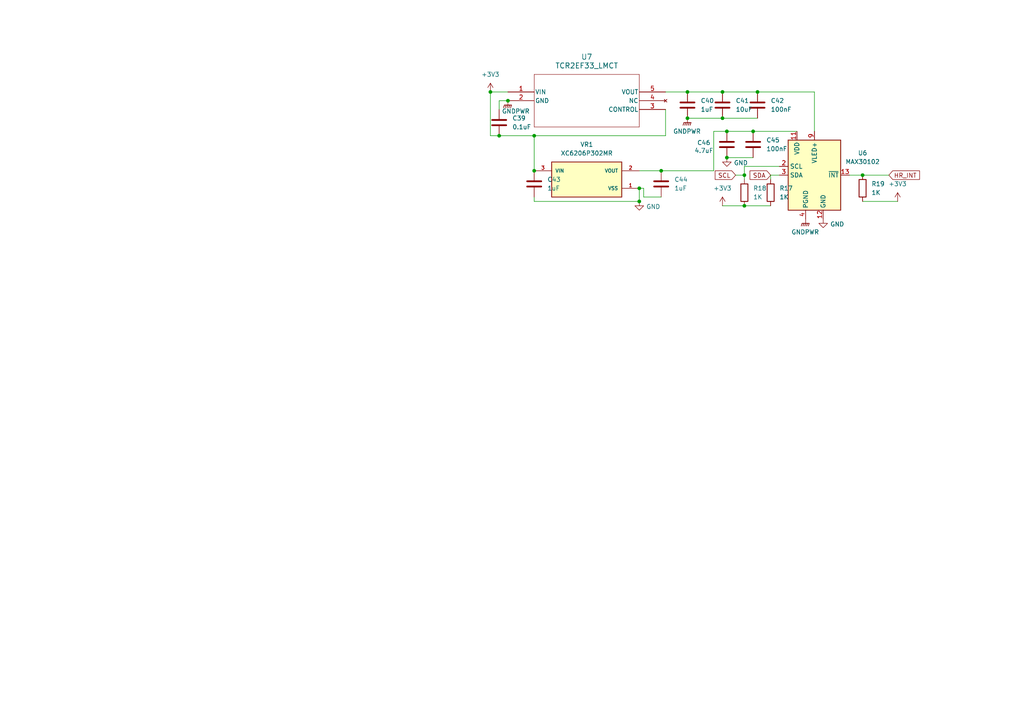
<source format=kicad_sch>
(kicad_sch (version 20250114) (generator "eeschema") (generator_version "9.0")
  (paper "A4")
  (lib_symbols
    (symbol "Device:C" (pin_numbers (hide yes)) (pin_names (offset 0.254))
      (property "Reference" "C" (at 0.635 2.54 0))
      (property "Value" "C" (at 0.635 -2.54 0))
      (symbol "C_0_1"
        (polyline (pts (xy -2.032 0.762) (xy 2.032 0.762)) (stroke (width 0.508)))
        (polyline (pts (xy -2.032 -0.762) (xy 2.032 -0.762)) (stroke (width 0.508)))
      )
      (symbol "C_1_1"
        (pin passive line (at 0 3.81 270) (length 2.794) (name "~") (number "1"))
        (pin passive line (at 0 -3.81 90) (length 2.794) (name "~") (number "2"))
      )
    )
    (symbol "Device:R" (pin_numbers (hide yes)) (pin_names (offset 0))
      (property "Reference" "R" (at 2.032 0 90))
      (property "Value" "R" (at 0 0 90))
      (symbol "R_0_1"
        (rectangle (start -1.016 -2.54) (end 1.016 2.54) (stroke (width 0.254)))
      )
      (symbol "R_1_1"
        (pin passive line (at 0 3.81 270) (length 1.27) (name "~") (number "1"))
        (pin passive line (at 0 -3.81 90) (length 1.27) (name "~") (number "2"))
      )
    )
    (symbol "Sensor:MAX30102"
      (property "Reference" "U" (at 7.62 15.24 0))
      (property "Value" "MAX30102" (at 7.62 12.7 0))
      (symbol "MAX30102_0_1"
        (rectangle (start -7.62 10.16) (end 7.62 -10.16) (stroke (width 0.254)) (fill (type background)))
      )
      (symbol "MAX30102_1_1"
        (pin input line (at -10.16 2.54 0) (length 2.54) (name "SCL") (number "2"))
        (pin bidirectional line (at -10.16 0 0) (length 2.54) (name "SDA") (number "3"))
        (pin no_connect line (at -7.62 5.08 0) (length 2.54) (hide yes) (name "NC") (number "1"))
        (pin no_connect line (at -7.62 -2.54 0) (length 2.54) (hide yes) (name "NC") (number "7"))
        (pin power_in line (at -5.08 12.7 270) (length 2.54) (name "VDD") (number "11"))
        (pin power_in line (at -2.54 -12.7 90) (length 2.54) (name "PGND") (number "4"))
        (pin passive line (at 0 12.7 270) (length 2.54) (hide yes) (name "VLED+") (number "10"))
        (pin power_in line (at 0 12.7 270) (length 2.54) (name "VLED+") (number "9"))
        (pin power_in line (at 2.54 -12.7 90) (length 2.54) (name "GND") (number "12"))
        (pin no_connect line (at 7.62 5.08 180) (length 2.54) (hide yes) (name "NC") (number "8"))
        (pin no_connect line (at 7.62 2.54 180) (length 2.54) (hide yes) (name "NC") (number "14"))
        (pin no_connect line (at 7.62 -5.08 180) (length 2.54) (hide yes) (name "NC") (number "6"))
        (pin no_connect line (at 7.62 -7.62 180) (length 2.54) (hide yes) (name "NC") (number "5"))
        (pin output line (at 10.16 0 180) (length 2.54) (name "~{INT}") (number "13"))
      )
    )
    (symbol "TCR2EF33,LM(CT:TCR2EF33_LMCT" (pin_names (offset 0.254))
      (property "Reference" "U" (at 22.86 10.16 0))
      (property "Value" "TCR2EF33_LMCT" (at 22.86 7.62 0))
      (symbol "TCR2EF33_LMCT_0_1"
        (polyline (pts (xy 7.62 5.08) (xy 7.62 -10.16)) (stroke (width 0.127)))
        (polyline (pts (xy 7.62 -10.16) (xy 38.1 -10.16)) (stroke (width 0.127)))
        (polyline (pts (xy 38.1 5.08) (xy 7.62 5.08)) (stroke (width 0.127)))
        (polyline (pts (xy 38.1 -10.16) (xy 38.1 5.08)) (stroke (width 0.127)))
        (pin power_in line (at 0 0 0) (length 7.62) (name "VIN") (number "1"))
        (pin power_out line (at 0 -2.54 0) (length 7.62) (name "GND") (number "2"))
        (pin power_in line (at 45.72 0 180) (length 7.62) (name "VOUT") (number "5"))
        (pin no_connect line (at 45.72 -2.54 180) (length 7.62) (name "NC") (number "4"))
        (pin unspecified line (at 45.72 -5.08 180) (length 7.62) (name "CONTROL") (number "3"))
      )
    )
    (symbol "YONGYUTAI XC6206-1.8V:XC6206P302MR" (pin_names (offset 1.016))
      (property "Reference" "VR" (at -10.16 5.588 0))
      (property "Value" "XC6206P302MR" (at -10.16 -7.62 0))
      (symbol "XC6206P302MR_0_0"
        (rectangle (start -10.16 -5.08) (end 10.16 5.08) (stroke (width 0.254)) (fill (type background)))
        (pin input line (at -15.24 2.54 0) (length 5.08) (name "VIN") (number "3"))
        (pin output line (at 15.24 2.54 180) (length 5.08) (name "VOUT") (number "2"))
        (pin power_in line (at 15.24 -2.54 180) (length 5.08) (name "VSS") (number "1"))
      )
    )
    (symbol "power:+3V3" (power) (pin_numbers (hide yes)) (pin_names (offset 0) (hide yes))
      (property "Value" "+3V3" (at 0 3.556 0))
      (symbol "+3V3_0_1"
        (polyline (pts (xy -0.762 1.27) (xy 0 2.54)))
        (polyline (pts (xy 0 2.54) (xy 0.762 1.27)))
        (polyline (pts (xy 0 0) (xy 0 2.54)))
      )
      (symbol "+3V3_1_1"
        (pin power_in line (at 0 0 90) (length 0) (name "~") (number "1"))
      )
    )
    (symbol "power:GND" (power) (pin_numbers (hide yes)) (pin_names (offset 0) (hide yes))
      (property "Value" "GND" (at 0 -3.81 0))
      (symbol "GND_0_1"
        (polyline (pts (xy 0 0) (xy 0 -1.27) (xy 1.27 -1.27) (xy 0 -2.54) (xy -1.27 -1.27) (xy 0 -1.27)))
      )
      (symbol "GND_1_1"
        (pin power_in line (at 0 0 270) (length 0) (name "~") (number "1"))
      )
    )
    (symbol "power:GNDPWR" (power) (pin_numbers (hide yes)) (pin_names (offset 0) (hide yes))
      (property "Value" "GNDPWR" (at 0 -3.302 0))
      (symbol "GNDPWR_0_1"
        (polyline (pts (xy -1.016 -1.27) (xy -1.27 -2.032) (xy -1.27 -2.032)) (stroke (width 0.2032)))
        (polyline (pts (xy -0.508 -1.27) (xy -0.762 -2.032) (xy -0.762 -2.032)) (stroke (width 0.2032)))
        (polyline (pts (xy 0 -1.27) (xy 0 0)))
        (polyline (pts (xy 0 -1.27) (xy -0.254 -2.032) (xy -0.254 -2.032)) (stroke (width 0.2032)))
        (polyline (pts (xy 0.508 -1.27) (xy 0.254 -2.032) (xy 0.254 -2.032)) (stroke (width 0.2032)))
        (polyline (pts (xy 1.016 -1.27) (xy -1.016 -1.27) (xy -1.016 -1.27)) (stroke (width 0.2032)))
        (polyline (pts (xy 1.016 -1.27) (xy 0.762 -2.032) (xy 0.762 -2.032) (xy 0.762 -2.032)) (stroke (width 0.2032)))
      )
      (symbol "GNDPWR_1_1"
        (pin power_in line (at 0 0 270) (length 0) (name "~") (number "1"))
      )
    )
  )
  (junction (at 144.78 39.37))
  (junction (at 209.55 26.67))
  (junction (at 215.9 50.8))
  (junction (at 185.42 54.61))
  (junction (at 199.39 26.67))
  (junction (at 215.9 59.69))
  (junction (at 199.39 34.29))
  (junction (at 210.82 45.72))
  (junction (at 147.32 29.21))
  (junction (at 210.82 38.1))
  (junction (at 219.71 26.67))
  (junction (at 142.24 26.67))
  (junction (at 154.94 49.53))
  (junction (at 191.77 49.53))
  (junction (at 185.42 58.42))
  (junction (at 250.19 50.8))
  (junction (at 218.44 38.1))
  (junction (at 209.55 34.29))
  (junction (at 154.94 39.37))
  (wire (pts (xy 142.24 39.37) (xy 142.24 26.67)))
  (wire (pts (xy 246.38 50.8) (xy 250.19 50.8)))
  (wire (pts (xy 186.69 57.15) (xy 186.69 54.61)))
  (wire (pts (xy 191.77 49.53) (xy 207.01 49.53)))
  (wire (pts (xy 210.82 45.72) (xy 218.44 45.72)))
  (wire (pts (xy 154.94 58.42) (xy 185.42 58.42)))
  (wire (pts (xy 236.22 26.67) (xy 219.71 26.67)))
  (wire (pts (xy 209.55 59.69) (xy 215.9 59.69)))
  (wire (pts (xy 250.19 58.42) (xy 260.35 58.42)))
  (wire (pts (xy 226.06 50.8) (xy 223.52 50.8)))
  (wire (pts (xy 154.94 39.37) (xy 144.78 39.37)))
  (wire (pts (xy 186.69 54.61) (xy 185.42 54.61)))
  (wire (pts (xy 207.01 38.1) (xy 207.01 49.53)))
  (wire (pts (xy 154.94 39.37) (xy 154.94 49.53)))
  (wire (pts (xy 213.36 50.8) (xy 215.9 50.8)))
  (wire (pts (xy 223.52 50.8) (xy 223.52 52.07)))
  (wire (pts (xy 144.78 39.37) (xy 142.24 39.37)))
  (wire (pts (xy 193.04 26.67) (xy 199.39 26.67)))
  (wire (pts (xy 226.06 48.26) (xy 215.9 48.26)))
  (wire (pts (xy 236.22 38.1) (xy 236.22 26.67)))
  (wire (pts (xy 215.9 50.8) (xy 215.9 52.07)))
  (wire (pts (xy 250.19 50.8) (xy 257.81 50.8)))
  (wire (pts (xy 209.55 26.67) (xy 199.39 26.67)))
  (wire (pts (xy 142.24 26.67) (xy 147.32 26.67)))
  (wire (pts (xy 185.42 49.53) (xy 191.77 49.53)))
  (wire (pts (xy 199.39 34.29) (xy 209.55 34.29)))
  (wire (pts (xy 193.04 31.75) (xy 193.04 39.37)))
  (wire (pts (xy 215.9 59.69) (xy 223.52 59.69)))
  (wire (pts (xy 209.55 34.29) (xy 219.71 34.29)))
  (wire (pts (xy 144.78 29.21) (xy 144.78 31.75)))
  (wire (pts (xy 215.9 48.26) (xy 215.9 50.8)))
  (wire (pts (xy 185.42 58.42) (xy 185.42 54.61)))
  (wire (pts (xy 210.82 38.1) (xy 218.44 38.1)))
  (wire (pts (xy 191.77 57.15) (xy 186.69 57.15)))
  (wire (pts (xy 209.55 26.67) (xy 219.71 26.67)))
  (wire (pts (xy 193.04 39.37) (xy 154.94 39.37)))
  (wire (pts (xy 207.01 38.1) (xy 210.82 38.1)))
  (wire (pts (xy 147.32 29.21) (xy 144.78 29.21)))
  (wire (pts (xy 154.94 57.15) (xy 154.94 58.42)))
  (wire (pts (xy 218.44 38.1) (xy 231.14 38.1)))
  (global_label "SDA" (shape input) (at 223.52 50.8 180) (property "Intersheetrefs" "${INTERSHEET_REFS}" (effects (hide yes))))
  (global_label "HR_INT" (shape input) (at 257.81 50.8 0) (property "Intersheetrefs" "${INTERSHEET_REFS}" (effects (hide yes))))
  (global_label "SCL" (shape input) (at 213.36 50.8 180) (property "Intersheetrefs" "${INTERSHEET_REFS}" (effects (hide yes))))
  (symbol (lib_id "Device:C") (at 210.82 41.91 0) (unit 1)
    (property "Reference" "C46" (at 202.184 41.402 0) (effects (justify left)))
    (property "Value" "4.7uF" (at 201.422 43.688 0) (effects (justify left)))
    (property "Description" "Unpolarized capacitor" (effects (hide yes)))
  )
  (symbol (lib_id "Device:C") (at 191.77 53.34 0) (unit 1)
    (property "Reference" "C44" (at 195.58 52.0699 0) (effects (justify left)))
    (property "Value" "1uF" (at 195.58 54.6099 0) (effects (justify left)))
    (property "Description" "Unpolarized capacitor" (effects (hide yes)))
  )
  (symbol (lib_id "power:GNDPWR") (at 147.32 29.21 0) (unit 1)
    (property "Reference" "#PWR040" (effects (hide yes)))
    (property "Value" "GNDPWR" (at 149.606 32.258 0))
    (property "Description" "Power symbol creates a global label with name \"GNDPWR\" , global ground" (effects (hide yes)))
  )
  (symbol (lib_id "power:GND") (at 185.42 58.42 0) (unit 1)
    (property "Reference" "#PWR044" (effects (hide yes)))
    (property "Value" "GND" (at 189.484 59.944 0))
    (property "Description" "Power symbol creates a global label with name \"GND\" , ground" (effects (hide yes)))
  )
  (symbol (lib_id "power:+3V3") (at 209.55 59.69 0) (unit 1)
    (property "Reference" "#PWR046" (effects (hide yes)))
    (property "Value" "+3V3" (at 209.55 54.61 0))
    (property "Description" "Power symbol creates a global label with name \"+3V3\"" (effects (hide yes)))
  )
  (symbol (lib_id "Device:C") (at 144.78 35.56 0) (unit 1)
    (property "Reference" "C39" (at 148.59 34.2899 0) (effects (justify left)))
    (property "Value" "0.1uF" (at 148.59 36.8299 0) (effects (justify left)))
    (property "Description" "Unpolarized capacitor" (effects (hide yes)))
  )
  (symbol (lib_id "Device:C") (at 219.71 30.48 0) (unit 1)
    (property "Reference" "C42" (at 223.52 29.2099 0) (effects (justify left)))
    (property "Value" "100nF" (at 223.52 31.7499 0) (effects (justify left)))
    (property "Description" "Unpolarized capacitor" (effects (hide yes)))
  )
  (symbol (lib_id "power:GND") (at 210.82 45.72 0) (unit 1)
    (property "Reference" "#PWR043" (effects (hide yes)))
    (property "Value" "GND" (at 214.884 47.244 0))
    (property "Description" "Power symbol creates a global label with name \"GND\" , ground" (effects (hide yes)))
  )
  (symbol (lib_id "power:GND") (at 238.76 63.5 0) (unit 1)
    (property "Reference" "#PWR045" (effects (hide yes)))
    (property "Value" "GND" (at 242.824 65.024 0))
    (property "Description" "Power symbol creates a global label with name \"GND\" , ground" (effects (hide yes)))
  )
  (symbol (lib_id "power:+3V3") (at 142.24 26.67 0) (unit 1)
    (property "Reference" "#PWR039" (effects (hide yes)))
    (property "Value" "+3V3" (at 142.24 21.59 0))
    (property "Description" "Power symbol creates a global label with name \"+3V3\"" (effects (hide yes)))
  )
  (symbol (lib_id "Device:R") (at 250.19 54.61 0) (unit 1)
    (property "Reference" "R19" (at 252.73 53.3399 0) (effects (justify left)))
    (property "Value" "1K" (at 252.73 55.8799 0) (effects (justify left)))
    (property "Description" "Resistor" (effects (hide yes)))
  )
  (symbol (lib_id "Device:R") (at 223.52 55.88 0) (unit 1)
    (property "Reference" "R17" (at 226.06 54.6099 0) (effects (justify left)))
    (property "Value" "1K" (at 226.06 57.1499 0) (effects (justify left)))
    (property "Description" "Resistor" (effects (hide yes)))
  )
  (symbol (lib_id "YONGYUTAI XC6206-1.8V:XC6206P302MR") (at 170.18 52.07 0) (unit 1)
    (property "Reference" "VR1" (at 170.18 41.91 0))
    (property "Value" "XC6206P302MR" (at 170.18 44.45 0))
    (property "Footprint" "XC6206P302MR:SOT95P280X130-3N" (effects (hide yes)))
    (property "MF" "Torex" (effects (hide yes)))
    (property "MAXIMUM_PACKAGE_HEIGHT" "1.3mm" (effects (hide yes)))
    (property "Package" "SOT-23-3 Torex" (effects (hide yes)))
    (property "Price" "None" (effects (hide yes)))
    (property "Check_prices" "https://www.snapeda.com/parts/XC6206P302MR/Torex/view-part/?ref=eda" (effects (hide yes)))
    (property "STANDARD" "IPC-7351B" (effects (hide yes)))
    (property "PARTREV" "N/A" (effects (hide yes)))
    (property "SnapEDA_Link" "https://www.snapeda.com/parts/XC6206P302MR/Torex/view-part/?ref=snap" (effects (hide yes)))
    (property "MP" "XC6206P302MR" (effects (hide yes)))
    (property "Description_1" "Linear Voltage Regulator IC Positive Fixed 1 Output  200mA SOT-23" (effects (hide yes)))
    (property "Availability" "In Stock" (effects (hide yes)))
    (property "MANUFACTURER" "Torex" (effects (hide yes)))
  )
  (symbol (lib_id "power:+3V3") (at 260.35 58.42 0) (unit 1)
    (property "Reference" "#PWR047" (effects (hide yes)))
    (property "Value" "+3V3" (at 260.35 53.34 0))
    (property "Description" "Power symbol creates a global label with name \"+3V3\"" (effects (hide yes)))
  )
  (symbol (lib_id "TCR2EF33,LM(CT:TCR2EF33_LMCT") (at 147.32 26.67 0) (unit 1)
    (property "Reference" "U7" (at 170.18 16.51 0) (effects (font (size 1.524 1.524))))
    (property "Value" "TCR2EF33_LMCT" (at 170.18 19.05 0) (effects (font (size 1.524 1.524))))
    (property "Footprint" "SOT-25   SMV_TOS" (effects (hide yes)))
    (property "Datasheet" "TCR2EF33_LMCT" (effects (hide yes)))
  )
  (symbol (lib_id "Sensor:MAX30102") (at 236.22 50.8 0) (unit 1)
    (property "Reference" "U6" (at 250.19 44.3798 0))
    (property "Value" "MAX30102" (at 250.19 46.9198 0))
    (property "Footprint" "OptoDevice:Maxim_OLGA-14_3.3x5.6mm_P0.8mm" (effects (hide yes)))
    (property "Datasheet" "https://datasheets.maximintegrated.com/en/ds/MAX30102.pdf" (effects (hide yes)))
    (property "Description" "Heart Rate Sensor, 14-OLGA" (effects (hide yes)))
  )
  (symbol (lib_id "Device:C") (at 209.55 30.48 0) (unit 1)
    (property "Reference" "C41" (at 213.36 29.2099 0) (effects (justify left)))
    (property "Value" "10uF" (at 213.36 31.7499 0) (effects (justify left)))
    (property "Description" "Unpolarized capacitor" (effects (hide yes)))
  )
  (symbol (lib_id "Device:C") (at 154.94 53.34 0) (unit 1)
    (property "Reference" "C43" (at 158.75 52.0699 0) (effects (justify left)))
    (property "Value" "1uF" (at 158.75 54.6099 0) (effects (justify left)))
    (property "Description" "Unpolarized capacitor" (effects (hide yes)))
  )
  (symbol (lib_id "Device:C") (at 199.39 30.48 0) (unit 1)
    (property "Reference" "C40" (at 203.2 29.2099 0) (effects (justify left)))
    (property "Value" "1uF" (at 203.2 31.7499 0) (effects (justify left)))
    (property "Description" "Unpolarized capacitor" (effects (hide yes)))
  )
  (symbol (lib_id "power:GNDPWR") (at 199.39 34.29 0) (unit 1)
    (property "Reference" "#PWR041" (effects (hide yes)))
    (property "Value" "GNDPWR" (at 199.263 38.1 0))
    (property "Description" "Power symbol creates a global label with name \"GNDPWR\" , global ground" (effects (hide yes)))
  )
  (symbol (lib_id "power:GNDPWR") (at 233.68 63.5 0) (unit 1)
    (property "Reference" "#PWR042" (effects (hide yes)))
    (property "Value" "GNDPWR" (at 233.553 67.31 0))
    (property "Description" "Power symbol creates a global label with name \"GNDPWR\" , global ground" (effects (hide yes)))
  )
  (symbol (lib_id "Device:R") (at 215.9 55.88 0) (unit 1)
    (property "Reference" "R18" (at 218.44 54.6099 0) (effects (justify left)))
    (property "Value" "1K" (at 218.44 57.1499 0) (effects (justify left)))
    (property "Description" "Resistor" (effects (hide yes)))
  )
  (symbol (lib_id "Device:C") (at 218.44 41.91 0) (unit 1)
    (property "Reference" "C45" (at 222.25 40.6399 0) (effects (justify left)))
    (property "Value" "100nF" (at 222.25 43.1799 0) (effects (justify left)))
    (property "Description" "Unpolarized capacitor" (effects (hide yes)))
  )
)
</source>
